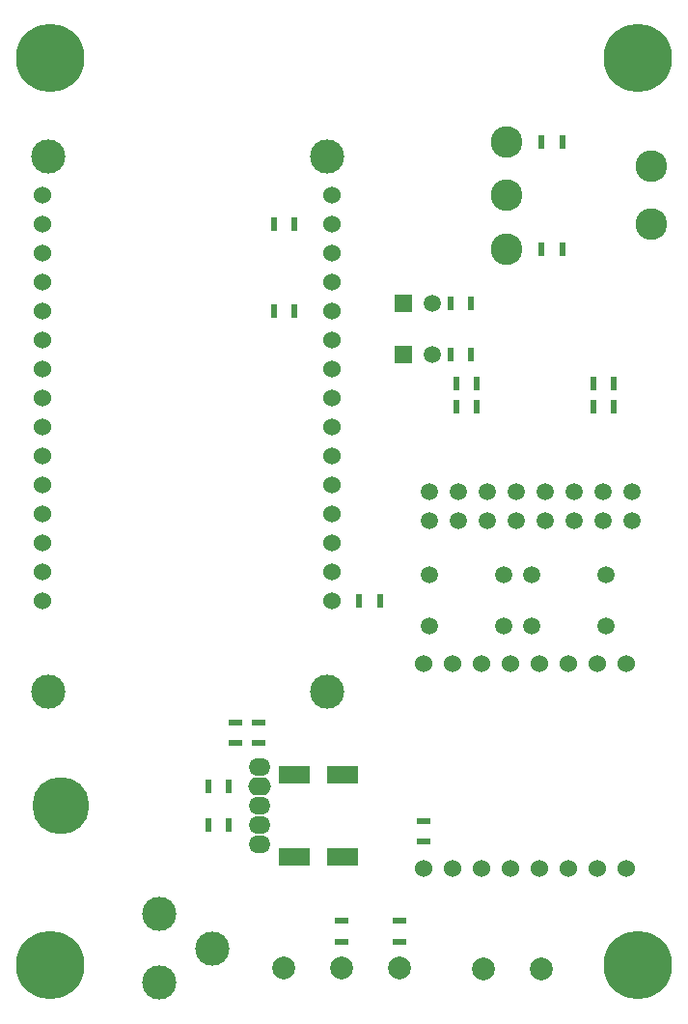
<source format=gbr>
%TF.GenerationSoftware,Altium Limited,Altium Designer,25.2.1 (25)*%
G04 Layer_Color=255*
%FSLAX43Y43*%
%MOMM*%
%TF.SameCoordinates,B664DB7D-B6DB-4AC9-9DB7-209C64ECDA10*%
%TF.FilePolarity,Positive*%
%TF.FileFunction,Pads,Bot*%
%TF.Part,Single*%
G01*
G75*
%TA.AperFunction,ComponentPad*%
%ADD15C,1.500*%
%ADD16R,1.500X1.500*%
%ADD17C,3.000*%
%ADD18C,1.524*%
%ADD19C,2.775*%
%ADD20C,2.000*%
%ADD21C,5.000*%
%ADD22O,1.900X1.550*%
%ADD23O,2.000X1.580*%
%ADD24C,6.000*%
%TA.AperFunction,SMDPad,CuDef*%
%ADD26R,2.800X1.600*%
%ADD27R,0.600X1.250*%
%ADD28R,1.250X0.600*%
D15*
X52990Y46040D02*
D03*
X55530D02*
D03*
X50450D02*
D03*
X37750Y46040D02*
D03*
X40290D02*
D03*
X42830D02*
D03*
X45370Y46040D02*
D03*
X47910Y46040D02*
D03*
X40290Y43500D02*
D03*
X37750D02*
D03*
X45370D02*
D03*
X42830D02*
D03*
X50450D02*
D03*
X47910D02*
D03*
X55530Y43500D02*
D03*
X52990D02*
D03*
X38000Y58000D02*
D03*
X53250Y34250D02*
D03*
X46750D02*
D03*
X53250Y38750D02*
D03*
X46750D02*
D03*
X37750D02*
D03*
X44250D02*
D03*
X37750Y34250D02*
D03*
X44250D02*
D03*
X38000Y62500D02*
D03*
D16*
X35460Y58000D02*
D03*
Y62500D02*
D03*
D17*
X28780Y75430D02*
D03*
Y28480D02*
D03*
X4270Y75430D02*
D03*
Y28480D02*
D03*
X18700Y6000D02*
D03*
X14000Y9000D02*
D03*
Y3000D02*
D03*
D18*
X29200Y69460D02*
D03*
Y66920D02*
D03*
Y72000D02*
D03*
Y36440D02*
D03*
Y38980D02*
D03*
Y41520D02*
D03*
Y44060D02*
D03*
Y46600D02*
D03*
Y49140D02*
D03*
Y51680D02*
D03*
Y54220D02*
D03*
Y56760D02*
D03*
Y59300D02*
D03*
Y61840D02*
D03*
Y64380D02*
D03*
X3800Y36440D02*
D03*
Y44060D02*
D03*
Y46600D02*
D03*
Y49140D02*
D03*
Y51680D02*
D03*
Y54220D02*
D03*
Y56760D02*
D03*
Y59300D02*
D03*
Y61840D02*
D03*
Y64380D02*
D03*
Y66920D02*
D03*
Y69460D02*
D03*
Y72000D02*
D03*
Y38980D02*
D03*
Y41520D02*
D03*
X55000Y13000D02*
D03*
X52460D02*
D03*
X49920D02*
D03*
X47380D02*
D03*
X44840D02*
D03*
X42300D02*
D03*
X39760D02*
D03*
X37220D02*
D03*
X55000Y30980D02*
D03*
X52460D02*
D03*
X49920D02*
D03*
X47380D02*
D03*
X44840D02*
D03*
X42300D02*
D03*
X39760D02*
D03*
X37220D02*
D03*
D19*
X57200Y69460D02*
D03*
Y74540D02*
D03*
X44500Y67300D02*
D03*
Y72000D02*
D03*
Y76700D02*
D03*
D20*
X35080Y4300D02*
D03*
X30000D02*
D03*
X24920D02*
D03*
X47580Y4200D02*
D03*
X42500D02*
D03*
D21*
X5438Y18500D02*
D03*
D22*
X22812Y15100D02*
D03*
Y16800D02*
D03*
Y21900D02*
D03*
Y18500D02*
D03*
D23*
Y20200D02*
D03*
D24*
X4500Y84000D02*
D03*
X56000D02*
D03*
X4500Y4500D02*
D03*
X56000D02*
D03*
D26*
X30150Y14000D02*
D03*
X25850D02*
D03*
X30150Y21200D02*
D03*
X25850D02*
D03*
D27*
X52100Y53500D02*
D03*
X53900D02*
D03*
X52100Y55500D02*
D03*
X53900D02*
D03*
X24100Y61840D02*
D03*
X25900D02*
D03*
X33400Y36440D02*
D03*
X31600D02*
D03*
X24100Y69460D02*
D03*
X25900D02*
D03*
X40100Y55500D02*
D03*
X41900D02*
D03*
X40100Y53500D02*
D03*
X41900D02*
D03*
X49400Y67300D02*
D03*
X47600D02*
D03*
X49400Y76700D02*
D03*
X47600D02*
D03*
X39600Y58000D02*
D03*
X41400D02*
D03*
X39600Y62500D02*
D03*
X41400D02*
D03*
X18350Y20200D02*
D03*
X20150D02*
D03*
X18350Y16800D02*
D03*
X20150D02*
D03*
D28*
X37220Y17150D02*
D03*
Y15350D02*
D03*
X35080Y8400D02*
D03*
Y6600D02*
D03*
X30000Y8400D02*
D03*
Y6600D02*
D03*
X20750Y23992D02*
D03*
Y25792D02*
D03*
X22750Y25781D02*
D03*
Y23981D02*
D03*
%TF.MD5,c50467f40745065e08f1586acb13c126*%
M02*

</source>
